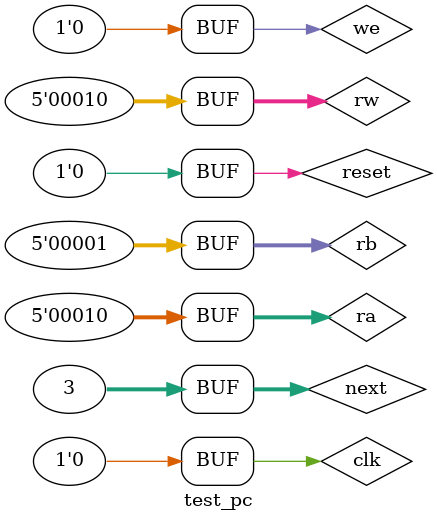
<source format=v>
`timescale 1ns / 1ps

module test_pc();

    reg [31:0] next, a, b;
    reg [4:0] ra, rb, rw;
    reg we;
    reg reset;
    reg clk;
    wire [31:0] out, outa, outb;
    flopr #(32) PC(clk, reset, next, out);
    regfile rf(clk, we, ra, rb, rw, next, outa, outb);
	always
    begin
        clk <= 1; #5; clk <= 0; #5;
    end
    
    initial
    begin
       reset <= 1;ra <= 5'b00000; rb <= 5'b00001; rw <= 5'b00010; we <= 0;
       next <= 32'b0; #22; reset <= 0;
       next <= 32'b0001; #10;
       we <= 1; next <= 32'b0010; #10;
       we <= 0; next <= 32'b0011; #10;
       ra <= 5'b00010;
    end
endmodule
</source>
